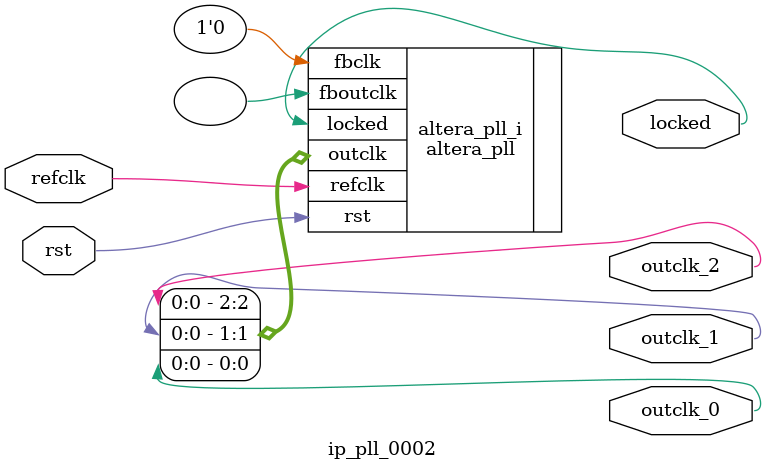
<source format=v>
`timescale 1ns/10ps
module  ip_pll_0002(

	// interface 'refclk'
	input wire refclk,

	// interface 'reset'
	input wire rst,

	// interface 'outclk0'
	output wire outclk_0,

	// interface 'outclk1'
	output wire outclk_1,

	// interface 'outclk2'
	output wire outclk_2,

	// interface 'locked'
	output wire locked
);

	altera_pll #(
		.fractional_vco_multiplier("false"),
		.reference_clock_frequency("50.0 MHz"),
		.operation_mode("normal"),
		.number_of_clocks(3),
		.output_clock_frequency0("125.000000 MHz"),
		.phase_shift0("0 ps"),
		.duty_cycle0(50),
		.output_clock_frequency1("125.000000 MHz"),
		.phase_shift1("3000 ps"),
		.duty_cycle1(50),
		.output_clock_frequency2("65.217391 MHz"),
		.phase_shift2("0 ps"),
		.duty_cycle2(50),
		.output_clock_frequency3("0 MHz"),
		.phase_shift3("0 ps"),
		.duty_cycle3(50),
		.output_clock_frequency4("0 MHz"),
		.phase_shift4("0 ps"),
		.duty_cycle4(50),
		.output_clock_frequency5("0 MHz"),
		.phase_shift5("0 ps"),
		.duty_cycle5(50),
		.output_clock_frequency6("0 MHz"),
		.phase_shift6("0 ps"),
		.duty_cycle6(50),
		.output_clock_frequency7("0 MHz"),
		.phase_shift7("0 ps"),
		.duty_cycle7(50),
		.output_clock_frequency8("0 MHz"),
		.phase_shift8("0 ps"),
		.duty_cycle8(50),
		.output_clock_frequency9("0 MHz"),
		.phase_shift9("0 ps"),
		.duty_cycle9(50),
		.output_clock_frequency10("0 MHz"),
		.phase_shift10("0 ps"),
		.duty_cycle10(50),
		.output_clock_frequency11("0 MHz"),
		.phase_shift11("0 ps"),
		.duty_cycle11(50),
		.output_clock_frequency12("0 MHz"),
		.phase_shift12("0 ps"),
		.duty_cycle12(50),
		.output_clock_frequency13("0 MHz"),
		.phase_shift13("0 ps"),
		.duty_cycle13(50),
		.output_clock_frequency14("0 MHz"),
		.phase_shift14("0 ps"),
		.duty_cycle14(50),
		.output_clock_frequency15("0 MHz"),
		.phase_shift15("0 ps"),
		.duty_cycle15(50),
		.output_clock_frequency16("0 MHz"),
		.phase_shift16("0 ps"),
		.duty_cycle16(50),
		.output_clock_frequency17("0 MHz"),
		.phase_shift17("0 ps"),
		.duty_cycle17(50),
		.pll_type("General"),
		.pll_subtype("General")
	) altera_pll_i (
		.rst	(rst),
		.outclk	({outclk_2, outclk_1, outclk_0}),
		.locked	(locked),
		.fboutclk	( ),
		.fbclk	(1'b0),
		.refclk	(refclk)
	);
endmodule


</source>
